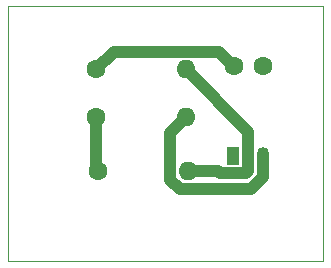
<source format=gbr>
G04 #@! TF.GenerationSoftware,KiCad,Pcbnew,(5.1.2)-2*
G04 #@! TF.CreationDate,2019-08-09T21:52:20-03:00*
G04 #@! TF.ProjectId,Yudao,59756461-6f2e-46b6-9963-61645f706362,rev?*
G04 #@! TF.SameCoordinates,Original*
G04 #@! TF.FileFunction,Copper,L1,Top*
G04 #@! TF.FilePolarity,Positive*
%FSLAX46Y46*%
G04 Gerber Fmt 4.6, Leading zero omitted, Abs format (unit mm)*
G04 Created by KiCad (PCBNEW (5.1.2)-2) date 2019-08-09 21:52:20*
%MOMM*%
%LPD*%
G04 APERTURE LIST*
%ADD10C,0.050000*%
%ADD11O,1.600000X1.600000*%
%ADD12C,1.600000*%
%ADD13R,1.050000X1.500000*%
%ADD14O,1.050000X1.500000*%
%ADD15C,1.000000*%
G04 APERTURE END LIST*
D10*
X139700000Y-83820000D02*
X113030000Y-83820000D01*
X139700000Y-85090000D02*
X139700000Y-83820000D01*
X139700000Y-105410000D02*
X139700000Y-85090000D01*
X113030000Y-105410000D02*
X139700000Y-105410000D01*
X113030000Y-83820000D02*
X113030000Y-105410000D01*
D11*
X128270000Y-97790000D03*
D12*
X120650000Y-97790000D03*
D11*
X128075001Y-93205001D03*
D12*
X120455001Y-93205001D03*
D11*
X128075001Y-89155001D03*
D12*
X120455001Y-89155001D03*
D13*
X132080000Y-96520000D03*
D14*
X134620000Y-96520000D03*
X133350000Y-96520000D03*
D12*
X134620000Y-88900000D03*
X132120000Y-88900000D03*
D15*
X131320001Y-88100001D02*
X132120000Y-88900000D01*
X130875000Y-87655000D02*
X131320001Y-88100001D01*
X121955002Y-87655000D02*
X130875000Y-87655000D01*
X120455001Y-89155001D02*
X121955002Y-87655000D01*
X127275002Y-94005000D02*
X128075001Y-93205001D01*
X126769999Y-94510003D02*
X127275002Y-94005000D01*
X127549999Y-99290001D02*
X126769999Y-98510001D01*
X133599999Y-99290001D02*
X127549999Y-99290001D01*
X126769999Y-98510001D02*
X126769999Y-94510003D01*
X134620000Y-98270000D02*
X133599999Y-99290001D01*
X134620000Y-96520000D02*
X134620000Y-98270000D01*
X133350000Y-94430000D02*
X133350000Y-96520000D01*
X128075001Y-89155001D02*
X133350000Y-94430000D01*
X133350000Y-97785002D02*
X133350000Y-96520000D01*
X133165001Y-97970001D02*
X133350000Y-97785002D01*
X130994999Y-97970001D02*
X133165001Y-97970001D01*
X130814998Y-97790000D02*
X130994999Y-97970001D01*
X128270000Y-97790000D02*
X130814998Y-97790000D01*
X120455001Y-97595001D02*
X120650000Y-97790000D01*
X120455001Y-93205001D02*
X120455001Y-97595001D01*
M02*

</source>
